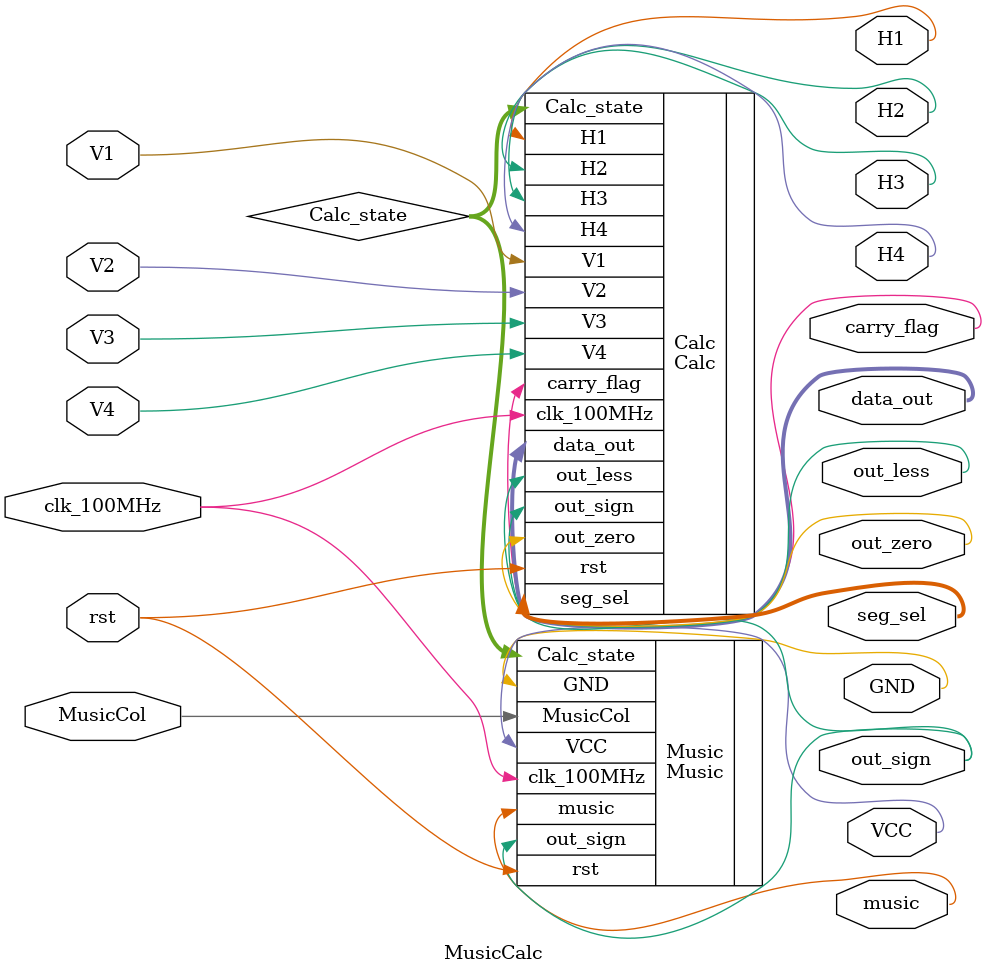
<source format=v>
`timescale 1ns / 1ps


module MusicCalc(
    input  wire         clk_100MHz,
    input  wire         rst,
    input  wire         V1,V2,V3,V4,
    input  wire         MusicCol,   
    
//    output wire [1:0]  state,
    
    output wire         out_less,
    output wire         out_zero,
    output wire         carry_flag,
    output wire         H1,H2,H3,H4,
    output wire [7:0]   data_out,
    output wire [3:0]   seg_sel  ,
    output wire         out_sign,
    output wire         VCC,
    output wire         GND,    
    output wire         music
);
    
    wire [2:0] Calc_state;
    
Calc Calc
(
    .clk_100MHz(clk_100MHz),
    .rst(rst),
    .V1(V1),.V2(V2),.V3(V3),.V4(V4),
    
    .Calc_state(Calc_state),
    .out_less(out_less),
    .out_zero(out_zero),
    .carry_flag(carry_flag),
    
    .H1(H1),.H2(H2),.H3(H3),.H4(H4),
    .data_out(data_out),
    .seg_sel(seg_sel),
    .out_sign(out_sign)
);    
    
Music Music
(
   .clk_100MHz(clk_100MHz),
   .rst(rst),
   .MusicCol(MusicCol),
   .out_sign(out_sign),
   .Calc_state(Calc_state),
   
//   .state(state),
   
   .VCC(VCC),
   .GND(GND),
   .music(music)
);    
    
    
endmodule

</source>
